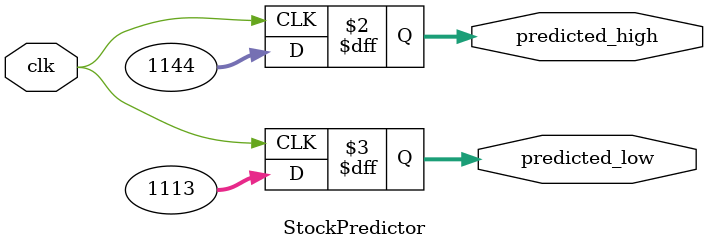
<source format=v>

    module StockPredictor(
        input wire clk,
        output reg [31:0] predicted_high,
        output reg [31:0] predicted_low
    );

    always @(posedge clk) begin
        predicted_high = 32'd1144;
        predicted_low = 32'd1113;
    end

    endmodule
    
</source>
